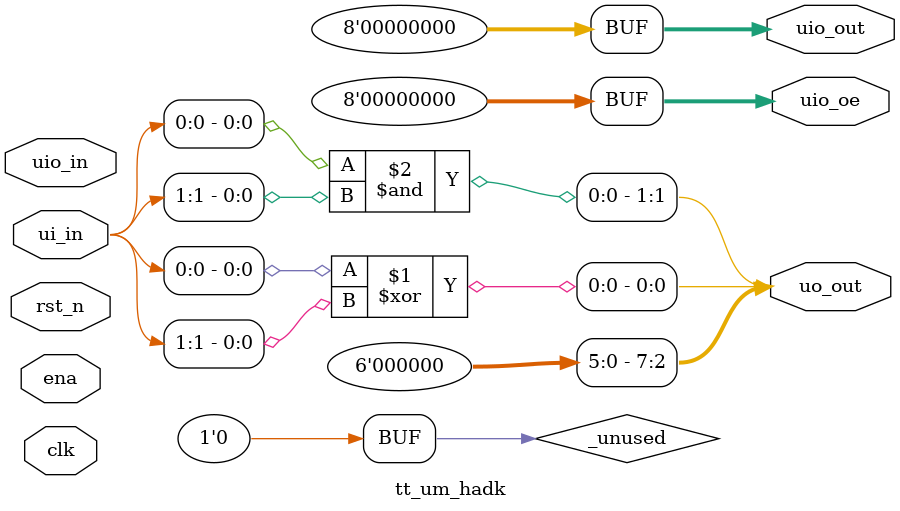
<source format=v>
/*
 * Copyright (c) 2024 Your Name
 * SPDX-License-Identifier: Apache-2.0
 */

`default_nettype none

module tt_um_hadk (
    input  wire [7:0] ui_in,    // Dedicated inputs
    output wire [7:0] uo_out,   // Dedicated outputs
    input  wire [7:0] uio_in,   // IOs: Input path
    output wire [7:0] uio_out,  // IOs: Output path
    output wire [7:0] uio_oe,   // IOs: Enable path (active high: 0=input, 1=output)
    input  wire       ena,      // always 1 when the design is powered, so you can ignore it
    input  wire       clk,      // clock
    input  wire       rst_n     // reset_n - low to reset
);

  // All output pins must be assigned. If not used, assign to 0.
  //assign uo_out  = ui_in + uio_in;  // Example: ou_out is the sum of ui_in and uio_in
    assign uo_out[0]=ui_in[0] ^ ui_in[1];
    assign uo_out[1]=ui_in[0] & ui_in[1];
  assign uio_out = 0;
  assign uio_oe  = 0;
    assign uo_out[7:2]=6'b0;

  // List all unused inputs to prevent warnings
  wire _unused = &{ena, clk, rst_n, 1'b0};

endmodule

</source>
